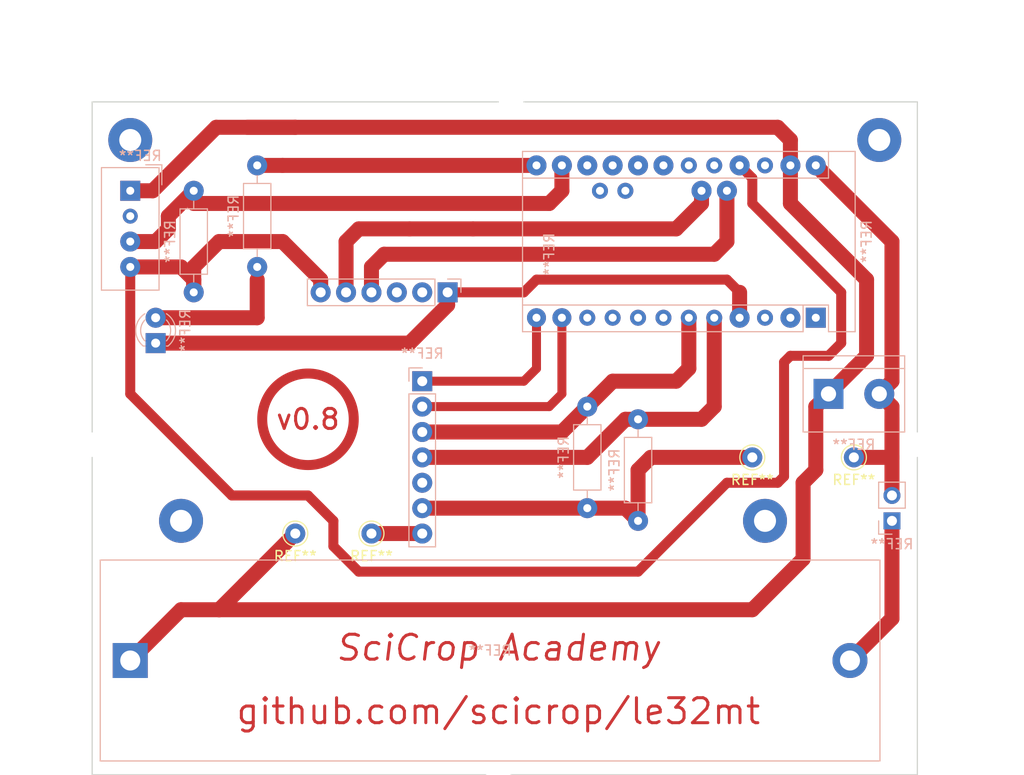
<source format=kicad_pcb>
(kicad_pcb (version 20171130) (host pcbnew 5.1.5+dfsg1-2build2)

  (general
    (thickness 1.6)
    (drawings 12)
    (tracks 118)
    (zones 0)
    (modules 20)
    (nets 1)
  )

  (page A4)
  (layers
    (0 F.Cu signal)
    (31 B.Cu signal)
    (32 B.Adhes user)
    (33 F.Adhes user)
    (34 B.Paste user)
    (35 F.Paste user)
    (36 B.SilkS user)
    (37 F.SilkS user)
    (38 B.Mask user)
    (39 F.Mask user)
    (40 Dwgs.User user)
    (41 Cmts.User user)
    (42 Eco1.User user)
    (43 Eco2.User user)
    (44 Edge.Cuts user)
    (45 Margin user)
    (46 B.CrtYd user)
    (47 F.CrtYd user)
    (48 B.Fab user)
    (49 F.Fab user)
  )

  (setup
    (last_trace_width 1.5)
    (user_trace_width 0.4)
    (user_trace_width 1)
    (user_trace_width 1.5)
    (trace_clearance 0.2)
    (zone_clearance 0.508)
    (zone_45_only no)
    (trace_min 0.2)
    (via_size 0.8)
    (via_drill 0.4)
    (via_min_size 0.4)
    (via_min_drill 0.3)
    (uvia_size 0.3)
    (uvia_drill 0.1)
    (uvias_allowed no)
    (uvia_min_size 0.2)
    (uvia_min_drill 0.1)
    (edge_width 0.05)
    (segment_width 0.2)
    (pcb_text_width 0.3)
    (pcb_text_size 1.5 1.5)
    (mod_edge_width 0.12)
    (mod_text_size 1 1)
    (mod_text_width 0.15)
    (pad_size 1.9 1.9)
    (pad_drill 0.8)
    (pad_to_mask_clearance 0.051)
    (solder_mask_min_width 0.25)
    (aux_axis_origin 0 0)
    (visible_elements FFFFFF7F)
    (pcbplotparams
      (layerselection 0x010fc_ffffffff)
      (usegerberextensions false)
      (usegerberattributes false)
      (usegerberadvancedattributes false)
      (creategerberjobfile false)
      (excludeedgelayer true)
      (linewidth 0.100000)
      (plotframeref false)
      (viasonmask false)
      (mode 1)
      (useauxorigin false)
      (hpglpennumber 1)
      (hpglpenspeed 20)
      (hpglpendiameter 15.000000)
      (psnegative false)
      (psa4output false)
      (plotreference true)
      (plotvalue true)
      (plotinvisibletext false)
      (padsonsilk false)
      (subtractmaskfromsilk false)
      (outputformat 1)
      (mirror false)
      (drillshape 0)
      (scaleselection 1)
      (outputdirectory "plots/"))
  )

  (net 0 "")

  (net_class Default "This is the default net class."
    (clearance 0.2)
    (trace_width 0.25)
    (via_dia 0.8)
    (via_drill 0.4)
    (uvia_dia 0.3)
    (uvia_drill 0.1)
  )

  (module Connector_Pin:Pin_D1.0mm_L10.0mm (layer F.Cu) (tedit 5A1DC084) (tstamp 61F569D7)
    (at 229.87 102.87)
    (descr "solder Pin_ diameter 1.0mm, hole diameter 1.0mm (press fit), length 10.0mm")
    (tags "solder Pin_ press fit")
    (fp_text reference REF** (at 0 2.25) (layer F.SilkS)
      (effects (font (size 1 1) (thickness 0.15)))
    )
    (fp_text value Pin_D1.0mm_L10.0mm (at 0 -2.05) (layer F.Fab)
      (effects (font (size 1 1) (thickness 0.15)))
    )
    (fp_circle (center 0 0) (end 1.25 0.05) (layer F.SilkS) (width 0.12))
    (fp_circle (center 0 0) (end 1 0) (layer F.Fab) (width 0.12))
    (fp_circle (center 0 0) (end 0.5 0) (layer F.Fab) (width 0.12))
    (fp_circle (center 0 0) (end 1.5 0) (layer F.CrtYd) (width 0.05))
    (fp_text user %R (at 0 2.25) (layer F.Fab)
      (effects (font (size 1 1) (thickness 0.15)))
    )
    (pad 1 thru_hole circle (at 0 0) (size 2 2) (drill 1) (layers *.Cu *.Mask))
    (model ${KISYS3DMOD}/Connector_Pin.3dshapes/Pin_D1.0mm_L10.0mm.wrl
      (at (xyz 0 0 0))
      (scale (xyz 1 1 1))
      (rotate (xyz 0 0 0))
    )
  )

  (module Connector_Pin:Pin_D1.0mm_L10.0mm (layer F.Cu) (tedit 5A1DC084) (tstamp 61F56950)
    (at 219.71 102.87)
    (descr "solder Pin_ diameter 1.0mm, hole diameter 1.0mm (press fit), length 10.0mm")
    (tags "solder Pin_ press fit")
    (fp_text reference REF** (at 0 2.25) (layer F.SilkS)
      (effects (font (size 1 1) (thickness 0.15)))
    )
    (fp_text value Pin_D1.0mm_L10.0mm (at 0 -2.05) (layer F.Fab)
      (effects (font (size 1 1) (thickness 0.15)))
    )
    (fp_text user %R (at 0 2.25) (layer F.Fab)
      (effects (font (size 1 1) (thickness 0.15)))
    )
    (fp_circle (center 0 0) (end 1.5 0) (layer F.CrtYd) (width 0.05))
    (fp_circle (center 0 0) (end 0.5 0) (layer F.Fab) (width 0.12))
    (fp_circle (center 0 0) (end 1 0) (layer F.Fab) (width 0.12))
    (fp_circle (center 0 0) (end 1.25 0.05) (layer F.SilkS) (width 0.12))
    (pad 1 thru_hole circle (at 0 0) (size 2 2) (drill 1) (layers *.Cu *.Mask))
    (model ${KISYS3DMOD}/Connector_Pin.3dshapes/Pin_D1.0mm_L10.0mm.wrl
      (at (xyz 0 0 0))
      (scale (xyz 1 1 1))
      (rotate (xyz 0 0 0))
    )
  )

  (module Connector_Pin:Pin_D1.0mm_L10.0mm (layer F.Cu) (tedit 5A1DC084) (tstamp 61F56926)
    (at 173.99 110.49)
    (descr "solder Pin_ diameter 1.0mm, hole diameter 1.0mm (press fit), length 10.0mm")
    (tags "solder Pin_ press fit")
    (fp_text reference REF** (at 0 2.25) (layer F.SilkS)
      (effects (font (size 1 1) (thickness 0.15)))
    )
    (fp_text value Pin_D1.0mm_L10.0mm (at 0 -2.05) (layer F.Fab)
      (effects (font (size 1 1) (thickness 0.15)))
    )
    (fp_circle (center 0 0) (end 1.25 0.05) (layer F.SilkS) (width 0.12))
    (fp_circle (center 0 0) (end 1 0) (layer F.Fab) (width 0.12))
    (fp_circle (center 0 0) (end 0.5 0) (layer F.Fab) (width 0.12))
    (fp_circle (center 0 0) (end 1.5 0) (layer F.CrtYd) (width 0.05))
    (fp_text user %R (at 0 2.25) (layer F.Fab)
      (effects (font (size 1 1) (thickness 0.15)))
    )
    (pad 1 thru_hole circle (at 0 0) (size 2 2) (drill 1) (layers *.Cu *.Mask))
    (model ${KISYS3DMOD}/Connector_Pin.3dshapes/Pin_D1.0mm_L10.0mm.wrl
      (at (xyz 0 0 0))
      (scale (xyz 1 1 1))
      (rotate (xyz 0 0 0))
    )
  )

  (module Connector_Pin:Pin_D1.0mm_L10.0mm (layer F.Cu) (tedit 5A1DC084) (tstamp 61F568C2)
    (at 181.61 110.49)
    (descr "solder Pin_ diameter 1.0mm, hole diameter 1.0mm (press fit), length 10.0mm")
    (tags "solder Pin_ press fit")
    (fp_text reference REF** (at 0 2.25) (layer F.SilkS)
      (effects (font (size 1 1) (thickness 0.15)))
    )
    (fp_text value Pin_D1.0mm_L10.0mm (at 0 -2.05) (layer F.Fab)
      (effects (font (size 1 1) (thickness 0.15)))
    )
    (fp_circle (center 0 0) (end 1.25 0.05) (layer F.SilkS) (width 0.12))
    (fp_circle (center 0 0) (end 1 0) (layer F.Fab) (width 0.12))
    (fp_circle (center 0 0) (end 0.5 0) (layer F.Fab) (width 0.12))
    (fp_circle (center 0 0) (end 1.5 0) (layer F.CrtYd) (width 0.05))
    (fp_text user %R (at 0 2.25) (layer F.Fab)
      (effects (font (size 1 1) (thickness 0.15)))
    )
    (pad 1 thru_hole circle (at 0 0) (size 2 2) (drill 1) (layers *.Cu *.Mask))
    (model ${KISYS3DMOD}/Connector_Pin.3dshapes/Pin_D1.0mm_L10.0mm.wrl
      (at (xyz 0 0 0))
      (scale (xyz 1 1 1))
      (rotate (xyz 0 0 0))
    )
  )

  (module TerminalBlock:TerminalBlock_bornier-2_P5.08mm (layer B.Cu) (tedit 59FF03AB) (tstamp 61EF4445)
    (at 227.33 96.52)
    (descr "simple 2-pin terminal block, pitch 5.08mm, revamped version of bornier2")
    (tags "terminal block bornier2")
    (fp_text reference REF** (at 2.54 5.08) (layer B.SilkS)
      (effects (font (size 1 1) (thickness 0.15)) (justify mirror))
    )
    (fp_text value TerminalBlock_bornier-2_P5.08mm (at 2.54 -5.08) (layer B.Fab)
      (effects (font (size 1 1) (thickness 0.15)) (justify mirror))
    )
    (fp_line (start 7.79 -4) (end -2.71 -4) (layer B.CrtYd) (width 0.05))
    (fp_line (start 7.79 -4) (end 7.79 4) (layer B.CrtYd) (width 0.05))
    (fp_line (start -2.71 4) (end -2.71 -4) (layer B.CrtYd) (width 0.05))
    (fp_line (start -2.71 4) (end 7.79 4) (layer B.CrtYd) (width 0.05))
    (fp_line (start -2.54 -3.81) (end 7.62 -3.81) (layer B.SilkS) (width 0.12))
    (fp_line (start -2.54 3.81) (end -2.54 -3.81) (layer B.SilkS) (width 0.12))
    (fp_line (start 7.62 3.81) (end -2.54 3.81) (layer B.SilkS) (width 0.12))
    (fp_line (start 7.62 -3.81) (end 7.62 3.81) (layer B.SilkS) (width 0.12))
    (fp_line (start 7.62 -2.54) (end -2.54 -2.54) (layer B.SilkS) (width 0.12))
    (fp_line (start 7.54 3.75) (end -2.46 3.75) (layer B.Fab) (width 0.1))
    (fp_line (start 7.54 -3.75) (end 7.54 3.75) (layer B.Fab) (width 0.1))
    (fp_line (start -2.46 -3.75) (end 7.54 -3.75) (layer B.Fab) (width 0.1))
    (fp_line (start -2.46 3.75) (end -2.46 -3.75) (layer B.Fab) (width 0.1))
    (fp_line (start -2.41 -2.55) (end 7.49 -2.55) (layer B.Fab) (width 0.1))
    (fp_text user %R (at 2.54 0) (layer B.Fab)
      (effects (font (size 1 1) (thickness 0.15)) (justify mirror))
    )
    (pad 2 thru_hole circle (at 5.08 0) (size 3 3) (drill 1.52) (layers *.Cu *.Mask))
    (pad 1 thru_hole rect (at 0 0) (size 3 3) (drill 1.52) (layers *.Cu *.Mask))
    (model ${KISYS3DMOD}/TerminalBlock.3dshapes/TerminalBlock_bornier-2_P5.08mm.wrl
      (offset (xyz 2.539999961853027 0 0))
      (scale (xyz 1 1 1))
      (rotate (xyz 0 0 0))
    )
  )

  (module Resistor_THT:R_Axial_DIN0207_L6.3mm_D2.5mm_P10.16mm_Horizontal (layer B.Cu) (tedit 61E81C01) (tstamp 61EAE268)
    (at 208.28 99.06 270)
    (descr "Resistor, Axial_DIN0207 series, Axial, Horizontal, pin pitch=10.16mm, 0.25W = 1/4W, length*diameter=6.3*2.5mm^2, http://cdn-reichelt.de/documents/datenblatt/B400/1_4W%23YAG.pdf")
    (tags "Resistor Axial_DIN0207 series Axial Horizontal pin pitch 10.16mm 0.25W = 1/4W length 6.3mm diameter 2.5mm")
    (fp_text reference REF** (at 5.08 2.37 270) (layer B.SilkS)
      (effects (font (size 1 1) (thickness 0.15)) (justify mirror))
    )
    (fp_text value R_Axial_DIN0207_L6.3mm_D2.5mm_P10.16mm_Horizontal (at 5.08 -2.37 270) (layer B.Fab)
      (effects (font (size 1 1) (thickness 0.15)) (justify mirror))
    )
    (fp_text user %R (at 5.08 0 90) (layer B.Fab)
      (effects (font (size 1 1) (thickness 0.15)) (justify mirror))
    )
    (fp_line (start 11.21 1.5) (end -1.05 1.5) (layer B.CrtYd) (width 0.05))
    (fp_line (start 11.21 -1.5) (end 11.21 1.5) (layer B.CrtYd) (width 0.05))
    (fp_line (start -1.05 -1.5) (end 11.21 -1.5) (layer B.CrtYd) (width 0.05))
    (fp_line (start -1.05 1.5) (end -1.05 -1.5) (layer B.CrtYd) (width 0.05))
    (fp_line (start 9.12 0) (end 8.35 0) (layer B.SilkS) (width 0.12))
    (fp_line (start 1.04 0) (end 1.81 0) (layer B.SilkS) (width 0.12))
    (fp_line (start 8.35 1.37) (end 1.81 1.37) (layer B.SilkS) (width 0.12))
    (fp_line (start 8.35 -1.37) (end 8.35 1.37) (layer B.SilkS) (width 0.12))
    (fp_line (start 1.81 -1.37) (end 8.35 -1.37) (layer B.SilkS) (width 0.12))
    (fp_line (start 1.81 1.37) (end 1.81 -1.37) (layer B.SilkS) (width 0.12))
    (fp_line (start 10.16 0) (end 8.23 0) (layer B.Fab) (width 0.1))
    (fp_line (start 0 0) (end 1.93 0) (layer B.Fab) (width 0.1))
    (fp_line (start 8.23 1.25) (end 1.93 1.25) (layer B.Fab) (width 0.1))
    (fp_line (start 8.23 -1.25) (end 8.23 1.25) (layer B.Fab) (width 0.1))
    (fp_line (start 1.93 -1.25) (end 8.23 -1.25) (layer B.Fab) (width 0.1))
    (fp_line (start 1.93 1.25) (end 1.93 -1.25) (layer B.Fab) (width 0.1))
    (pad 2 thru_hole oval (at 10.16 0 270) (size 2 2) (drill 0.8) (layers *.Cu *.Mask))
    (pad 1 thru_hole circle (at 0 0 270) (size 2 2) (drill 0.8) (layers *.Cu *.Mask))
    (model ${KISYS3DMOD}/Resistor_THT.3dshapes/R_Axial_DIN0207_L6.3mm_D2.5mm_P10.16mm_Horizontal.wrl
      (at (xyz 0 0 0))
      (scale (xyz 1 1 1))
      (rotate (xyz 0 0 0))
    )
  )

  (module Resistor_THT:R_Axial_DIN0207_L6.3mm_D2.5mm_P10.16mm_Horizontal (layer B.Cu) (tedit 61E81C01) (tstamp 61EAE23C)
    (at 203.2 97.79 270)
    (descr "Resistor, Axial_DIN0207 series, Axial, Horizontal, pin pitch=10.16mm, 0.25W = 1/4W, length*diameter=6.3*2.5mm^2, http://cdn-reichelt.de/documents/datenblatt/B400/1_4W%23YAG.pdf")
    (tags "Resistor Axial_DIN0207 series Axial Horizontal pin pitch 10.16mm 0.25W = 1/4W length 6.3mm diameter 2.5mm")
    (fp_text reference REF** (at 5.08 2.37 270) (layer B.SilkS)
      (effects (font (size 1 1) (thickness 0.15)) (justify mirror))
    )
    (fp_text value R_Axial_DIN0207_L6.3mm_D2.5mm_P10.16mm_Horizontal (at 5.08 -2.37 270) (layer B.Fab)
      (effects (font (size 1 1) (thickness 0.15)) (justify mirror))
    )
    (fp_line (start 1.93 1.25) (end 1.93 -1.25) (layer B.Fab) (width 0.1))
    (fp_line (start 1.93 -1.25) (end 8.23 -1.25) (layer B.Fab) (width 0.1))
    (fp_line (start 8.23 -1.25) (end 8.23 1.25) (layer B.Fab) (width 0.1))
    (fp_line (start 8.23 1.25) (end 1.93 1.25) (layer B.Fab) (width 0.1))
    (fp_line (start 0 0) (end 1.93 0) (layer B.Fab) (width 0.1))
    (fp_line (start 10.16 0) (end 8.23 0) (layer B.Fab) (width 0.1))
    (fp_line (start 1.81 1.37) (end 1.81 -1.37) (layer B.SilkS) (width 0.12))
    (fp_line (start 1.81 -1.37) (end 8.35 -1.37) (layer B.SilkS) (width 0.12))
    (fp_line (start 8.35 -1.37) (end 8.35 1.37) (layer B.SilkS) (width 0.12))
    (fp_line (start 8.35 1.37) (end 1.81 1.37) (layer B.SilkS) (width 0.12))
    (fp_line (start 1.04 0) (end 1.81 0) (layer B.SilkS) (width 0.12))
    (fp_line (start 9.12 0) (end 8.35 0) (layer B.SilkS) (width 0.12))
    (fp_line (start -1.05 1.5) (end -1.05 -1.5) (layer B.CrtYd) (width 0.05))
    (fp_line (start -1.05 -1.5) (end 11.21 -1.5) (layer B.CrtYd) (width 0.05))
    (fp_line (start 11.21 -1.5) (end 11.21 1.5) (layer B.CrtYd) (width 0.05))
    (fp_line (start 11.21 1.5) (end -1.05 1.5) (layer B.CrtYd) (width 0.05))
    (fp_text user %R (at 5.08 0 90) (layer B.Fab)
      (effects (font (size 1 1) (thickness 0.15)) (justify mirror))
    )
    (pad 1 thru_hole circle (at 0 0 270) (size 2 2) (drill 0.8) (layers *.Cu *.Mask))
    (pad 2 thru_hole oval (at 10.16 0 270) (size 2 2) (drill 0.8) (layers *.Cu *.Mask))
    (model ${KISYS3DMOD}/Resistor_THT.3dshapes/R_Axial_DIN0207_L6.3mm_D2.5mm_P10.16mm_Horizontal.wrl
      (at (xyz 0 0 0))
      (scale (xyz 1 1 1))
      (rotate (xyz 0 0 0))
    )
  )

  (module Connector_PinHeader_2.54mm:PinHeader_1x02_P2.54mm_Vertical (layer B.Cu) (tedit 59FED5CC) (tstamp 61E9A040)
    (at 233.68 109.22)
    (descr "Through hole straight pin header, 1x02, 2.54mm pitch, single row")
    (tags "Through hole pin header THT 1x02 2.54mm single row")
    (fp_text reference REF** (at 0 2.33) (layer B.SilkS)
      (effects (font (size 1 1) (thickness 0.15)) (justify mirror))
    )
    (fp_text value PinHeader_1x02_P2.54mm_Vertical (at 0 -4.87) (layer B.Fab)
      (effects (font (size 1 1) (thickness 0.15)) (justify mirror))
    )
    (fp_text user %R (at 0 -1.27 -90) (layer B.Fab)
      (effects (font (size 1 1) (thickness 0.15)) (justify mirror))
    )
    (fp_line (start 1.8 1.8) (end -1.8 1.8) (layer B.CrtYd) (width 0.05))
    (fp_line (start 1.8 -4.35) (end 1.8 1.8) (layer B.CrtYd) (width 0.05))
    (fp_line (start -1.8 -4.35) (end 1.8 -4.35) (layer B.CrtYd) (width 0.05))
    (fp_line (start -1.8 1.8) (end -1.8 -4.35) (layer B.CrtYd) (width 0.05))
    (fp_line (start -1.33 1.33) (end 0 1.33) (layer B.SilkS) (width 0.12))
    (fp_line (start -1.33 0) (end -1.33 1.33) (layer B.SilkS) (width 0.12))
    (fp_line (start -1.33 -1.27) (end 1.33 -1.27) (layer B.SilkS) (width 0.12))
    (fp_line (start 1.33 -1.27) (end 1.33 -3.87) (layer B.SilkS) (width 0.12))
    (fp_line (start -1.33 -1.27) (end -1.33 -3.87) (layer B.SilkS) (width 0.12))
    (fp_line (start -1.33 -3.87) (end 1.33 -3.87) (layer B.SilkS) (width 0.12))
    (fp_line (start -1.27 0.635) (end -0.635 1.27) (layer B.Fab) (width 0.1))
    (fp_line (start -1.27 -3.81) (end -1.27 0.635) (layer B.Fab) (width 0.1))
    (fp_line (start 1.27 -3.81) (end -1.27 -3.81) (layer B.Fab) (width 0.1))
    (fp_line (start 1.27 1.27) (end 1.27 -3.81) (layer B.Fab) (width 0.1))
    (fp_line (start -0.635 1.27) (end 1.27 1.27) (layer B.Fab) (width 0.1))
    (pad 2 thru_hole oval (at 0 -2.54) (size 1.7 1.7) (drill 1) (layers *.Cu *.Mask))
    (pad 1 thru_hole rect (at 0 0) (size 1.7 1.7) (drill 1) (layers *.Cu *.Mask))
    (model ${KISYS3DMOD}/Connector_PinHeader_2.54mm.3dshapes/PinHeader_1x02_P2.54mm_Vertical.wrl
      (at (xyz 0 0 0))
      (scale (xyz 1 1 1))
      (rotate (xyz 0 0 0))
    )
  )

  (module kicad-arduino-libs:Arduino_Pro_Mini (layer B.Cu) (tedit 61EF0D09) (tstamp 61E6B662)
    (at 226.06 88.9 90)
    (descr "Arduino Pro Mini")
    (tags "Arduino Pro Mini")
    (fp_text reference REF** (at 7.62 5.08 -90) (layer B.SilkS)
      (effects (font (size 1 1) (thickness 0.15)) (justify mirror))
    )
    (fp_text value Arduino_Pro_Mini (at 8.89 -19.05) (layer B.Fab)
      (effects (font (size 1 1) (thickness 0.15)) (justify mirror))
    )
    (fp_text user %R (at 6.35 -19.05) (layer B.Fab)
      (effects (font (size 1 1) (thickness 0.15)) (justify mirror))
    )
    (fp_line (start 1.27 -1.27) (end 1.27 1.27) (layer B.SilkS) (width 0.12))
    (fp_line (start 1.27 1.27) (end -1.397 1.27) (layer B.SilkS) (width 0.12))
    (fp_line (start -1.397 -1.27) (end -1.397 -29.337) (layer B.SilkS) (width 0.12))
    (fp_line (start -1.397 3.937) (end -1.397 1.27) (layer B.SilkS) (width 0.12))
    (fp_line (start 13.97 1.27) (end 16.64 1.27) (layer B.SilkS) (width 0.12))
    (fp_line (start 13.97 1.27) (end 13.97 -29.337) (layer B.SilkS) (width 0.12))
    (fp_line (start -1.397 -29.337) (end 16.64 -29.337) (layer B.SilkS) (width 0.12))
    (fp_line (start 1.27 -1.27) (end -1.397 -1.27) (layer B.SilkS) (width 0.12))
    (fp_line (start 1.27 -1.27) (end 1.27 -29.337) (layer B.SilkS) (width 0.12))
    (fp_line (start 16.637 -29.337) (end 16.637 3.937) (layer B.SilkS) (width 0.12))
    (fp_line (start 16.637 3.937) (end -1.397 3.937) (layer B.SilkS) (width 0.12))
    (fp_line (start 16.51 -29.21) (end -1.27 -29.21) (layer B.Fab) (width 0.1))
    (fp_line (start -1.27 -29.21) (end -1.27 2.54) (layer B.Fab) (width 0.1))
    (fp_line (start -1.27 2.54) (end 0 3.81) (layer B.Fab) (width 0.1))
    (fp_line (start 0 3.81) (end 16.51 3.81) (layer B.Fab) (width 0.1))
    (fp_line (start 16.51 3.81) (end 16.51 -29.21) (layer B.Fab) (width 0.1))
    (fp_line (start -1.524 4.064) (end 16.764 4.064) (layer B.CrtYd) (width 0.05))
    (fp_line (start -1.524 4.064) (end -1.524 -29.464) (layer B.CrtYd) (width 0.05))
    (fp_line (start 16.764 -29.464) (end 16.764 4.064) (layer B.CrtYd) (width 0.05))
    (fp_line (start 16.764 -29.464) (end -1.524 -29.464) (layer B.CrtYd) (width 0.05))
    (pad 1 thru_hole rect (at 0 0 90) (size 2 2) (drill 0.8) (layers *.Cu *.Mask))
    (pad 2 thru_hole oval (at 0 -2.54 90) (size 2 2) (drill 0.8) (layers *.Cu *.Mask))
    (pad 3 thru_hole oval (at 0 -5.08 90) (size 1.6 1.6) (drill 0.8) (layers *.Cu *.Mask))
    (pad 13 thru_hole oval (at 15.24 -27.94 90) (size 2 2) (drill 0.8) (layers *.Cu *.Mask))
    (pad 4 thru_hole oval (at 0 -7.62 90) (size 2 2) (drill 0.8) (layers *.Cu *.Mask))
    (pad 14 thru_hole oval (at 15.24 -25.4 90) (size 2 2) (drill 0.8) (layers *.Cu *.Mask))
    (pad 5 thru_hole oval (at 0 -10.16 90) (size 1.6 1.6) (drill 0.8) (layers *.Cu *.Mask))
    (pad 15 thru_hole oval (at 15.24 -22.86 90) (size 2 2) (drill 0.8) (layers *.Cu *.Mask))
    (pad 6 thru_hole oval (at 0 -12.7 90) (size 1.6 1.6) (drill 0.8) (layers *.Cu *.Mask))
    (pad 16 thru_hole oval (at 15.24 -20.32 90) (size 2 2) (drill 0.8) (layers *.Cu *.Mask))
    (pad 7 thru_hole oval (at 0 -15.24 90) (size 1.6 1.6) (drill 0.8) (layers *.Cu *.Mask))
    (pad 17 thru_hole oval (at 15.24 -17.78 90) (size 2 2) (drill 0.8) (layers *.Cu *.Mask))
    (pad 8 thru_hole oval (at 0 -17.78 90) (size 1.6 1.6) (drill 0.8) (layers *.Cu *.Mask))
    (pad 18 thru_hole oval (at 15.24 -15.24 90) (size 2 2) (drill 0.8) (layers *.Cu *.Mask))
    (pad 9 thru_hole oval (at 0 -20.32 90) (size 1.6 1.6) (drill 0.8) (layers *.Cu *.Mask))
    (pad 19 thru_hole oval (at 15.24 -12.7 90) (size 1.6 1.6) (drill 0.8) (layers *.Cu *.Mask))
    (pad 10 thru_hole oval (at 0 -22.86 90) (size 1.6 1.6) (drill 0.8) (layers *.Cu *.Mask))
    (pad 20 thru_hole oval (at 15.24 -10.16 90) (size 1.6 1.6) (drill 0.8) (layers *.Cu *.Mask))
    (pad 11 thru_hole oval (at 0 -25.4 90) (size 1.9 1.9) (drill 0.8) (layers *.Cu *.Mask))
    (pad 21 thru_hole oval (at 15.24 -7.62 90) (size 2 2) (drill 0.8) (layers *.Cu *.Mask))
    (pad 12 thru_hole oval (at 0 -27.94 90) (size 1.9 1.9) (drill 0.8) (layers *.Cu *.Mask))
    (pad 22 thru_hole oval (at 15.24 -5.08 90) (size 1.6 1.6) (drill 0.8) (layers *.Cu *.Mask))
    (pad 23 thru_hole oval (at 15.24 -2.54 90) (size 2 2) (drill 0.8) (layers *.Cu *.Mask))
    (pad 24 thru_hole oval (at 15.24 0 90) (size 2 2) (drill 0.8) (layers *.Cu *.Mask))
    (pad A5 thru_hole oval (at 12.7 -8.89 90) (size 2 2) (drill 0.8) (layers *.Cu *.Mask))
    (pad A4 thru_hole oval (at 12.7 -11.43 90) (size 2 2) (drill 0.8) (layers *.Cu *.Mask))
    (pad A7 thru_hole oval (at 12.7 -19.05 90) (size 1.6 1.6) (drill 0.8) (layers *.Cu *.Mask))
    (pad A6 thru_hole oval (at 12.7 -21.59 90) (size 1.6 1.6) (drill 0.8) (layers *.Cu *.Mask))
    (model ${KISYS3DMOD}/Module.3dshapes/Arduino_Nano_WithMountingHoles.wrl
      (at (xyz 0 0 0))
      (scale (xyz 1 1 1))
      (rotate (xyz 0 0 0))
    )
    (model ${LOCALREPO}/kicad-lib-arduino/Arduino.3dshapes/arduino_pro_mini.x3d
      (at (xyz 0 0 0))
      (scale (xyz 1 1 1))
      (rotate (xyz 0 0 0))
    )
  )

  (module MountingHole:MountingHole_2.2mm_M2_Pad (layer F.Cu) (tedit 56D1B4CB) (tstamp 61E46472)
    (at 157.48 71.12)
    (descr "Mounting Hole 2.2mm, M2")
    (tags "mounting hole 2.2mm m2")
    (attr smd)
    (fp_text reference " " (at 0 -3.2) (layer F.SilkS)
      (effects (font (size 1 1) (thickness 0.15)))
    )
    (fp_text value MountingHole_2.2mm_M2_Pad (at 0 3.2) (layer F.Fab)
      (effects (font (size 1 1) (thickness 0.15)))
    )
    (fp_text user %R (at 0.3 0) (layer F.Fab)
      (effects (font (size 1 1) (thickness 0.15)))
    )
    (fp_circle (center 0 0) (end 2.2 0) (layer Cmts.User) (width 0.15))
    (fp_circle (center 0 0) (end 2.45 0) (layer F.CrtYd) (width 0.05))
    (pad 1 thru_hole circle (at 0 0) (size 4.4 4.4) (drill 2.2) (layers *.Cu *.Mask))
  )

  (module Connector_PinSocket_2.54mm:PinSocket_1x07_P2.54mm_Vertical (layer B.Cu) (tedit 61E0ABBC) (tstamp 61E44D8F)
    (at 186.69 95.25 180)
    (descr "Through hole straight socket strip, 1x07, 2.54mm pitch, single row (from Kicad 4.0.7), script generated")
    (tags "Through hole socket strip THT 1x07 2.54mm single row")
    (fp_text reference REF** (at 0 2.77) (layer B.SilkS)
      (effects (font (size 1 1) (thickness 0.15)) (justify mirror))
    )
    (fp_text value PinSocket_1x07_P2.54mm_Vertical (at 0 -18.01 90) (layer B.Fab)
      (effects (font (size 1 1) (thickness 0.15)) (justify mirror))
    )
    (fp_line (start -1.27 1.27) (end 0.635 1.27) (layer B.Fab) (width 0.1))
    (fp_line (start 0.635 1.27) (end 1.27 0.635) (layer B.Fab) (width 0.1))
    (fp_line (start 1.27 0.635) (end 1.27 -16.51) (layer B.Fab) (width 0.1))
    (fp_line (start 1.27 -16.51) (end -1.27 -16.51) (layer B.Fab) (width 0.1))
    (fp_line (start -1.27 -16.51) (end -1.27 1.27) (layer B.Fab) (width 0.1))
    (fp_line (start -1.33 -1.27) (end 1.33 -1.27) (layer B.SilkS) (width 0.12))
    (fp_line (start -1.33 -1.27) (end -1.33 -16.57) (layer B.SilkS) (width 0.12))
    (fp_line (start -1.33 -16.57) (end 1.33 -16.57) (layer B.SilkS) (width 0.12))
    (fp_line (start 1.33 -1.27) (end 1.33 -16.57) (layer B.SilkS) (width 0.12))
    (fp_line (start 1.33 1.33) (end 1.33 0) (layer B.SilkS) (width 0.12))
    (fp_line (start 0 1.33) (end 1.33 1.33) (layer B.SilkS) (width 0.12))
    (fp_line (start -1.8 1.8) (end 1.75 1.8) (layer B.CrtYd) (width 0.05))
    (fp_line (start 1.75 1.8) (end 1.75 -17) (layer B.CrtYd) (width 0.05))
    (fp_line (start 1.75 -17) (end -1.8 -17) (layer B.CrtYd) (width 0.05))
    (fp_line (start -1.8 -17) (end -1.8 1.8) (layer B.CrtYd) (width 0.05))
    (fp_text user %R (at 0 -11.43 -90) (layer B.Fab)
      (effects (font (size 1 1) (thickness 0.15)) (justify mirror))
    )
    (pad 1 thru_hole rect (at 0 0 180) (size 2 2) (drill 1) (layers *.Cu *.Mask)
      (die_length 1))
    (pad 2 thru_hole oval (at 0 -2.54 180) (size 2 2) (drill 1) (layers *.Cu *.Mask))
    (pad 3 thru_hole oval (at 0 -5.08 180) (size 2 2) (drill 1) (layers *.Cu *.Mask))
    (pad 4 thru_hole oval (at 0 -7.62 180) (size 2 2) (drill 1) (layers *.Cu *.Mask))
    (pad 5 thru_hole oval (at 0 -10.16 180) (size 2 2) (drill 1) (layers *.Cu *.Mask))
    (pad 6 thru_hole oval (at 0 -12.7 180) (size 2 2) (drill 1) (layers *.Cu *.Mask))
    (pad 7 thru_hole oval (at 0 -15.24 180) (size 2 2) (drill 1) (layers *.Cu *.Mask)
      (die_length 1))
    (model ${KISYS3DMOD}/Connector_PinSocket_2.54mm.3dshapes/PinSocket_1x07_P2.54mm_Vertical.wrl
      (at (xyz 0 0 0))
      (scale (xyz 1 1 1))
      (rotate (xyz 0 0 0))
    )
  )

  (module Resistor_THT:R_Axial_DIN0207_L6.3mm_D2.5mm_P10.16mm_Horizontal (layer B.Cu) (tedit 61E81C31) (tstamp 61E44956)
    (at 163.83 76.2 270)
    (descr "Resistor, Axial_DIN0207 series, Axial, Horizontal, pin pitch=10.16mm, 0.25W = 1/4W, length*diameter=6.3*2.5mm^2, http://cdn-reichelt.de/documents/datenblatt/B400/1_4W%23YAG.pdf")
    (tags "Resistor Axial_DIN0207 series Axial Horizontal pin pitch 10.16mm 0.25W = 1/4W length 6.3mm diameter 2.5mm")
    (fp_text reference REF** (at 5.08 2.37 270) (layer B.SilkS)
      (effects (font (size 1 1) (thickness 0.15)) (justify mirror))
    )
    (fp_text value R_Axial_DIN0207_L6.3mm_D2.5mm_P10.16mm_Horizontal (at 5.08 -2.37 270) (layer B.Fab)
      (effects (font (size 1 1) (thickness 0.15)) (justify mirror))
    )
    (fp_line (start 1.93 1.25) (end 1.93 -1.25) (layer B.Fab) (width 0.1))
    (fp_line (start 1.93 -1.25) (end 8.23 -1.25) (layer B.Fab) (width 0.1))
    (fp_line (start 8.23 -1.25) (end 8.23 1.25) (layer B.Fab) (width 0.1))
    (fp_line (start 8.23 1.25) (end 1.93 1.25) (layer B.Fab) (width 0.1))
    (fp_line (start 0 0) (end 1.93 0) (layer B.Fab) (width 0.1))
    (fp_line (start 10.16 0) (end 8.23 0) (layer B.Fab) (width 0.1))
    (fp_line (start 1.81 1.37) (end 1.81 -1.37) (layer B.SilkS) (width 0.12))
    (fp_line (start 1.81 -1.37) (end 8.35 -1.37) (layer B.SilkS) (width 0.12))
    (fp_line (start 8.35 -1.37) (end 8.35 1.37) (layer B.SilkS) (width 0.12))
    (fp_line (start 8.35 1.37) (end 1.81 1.37) (layer B.SilkS) (width 0.12))
    (fp_line (start 1.04 0) (end 1.81 0) (layer B.SilkS) (width 0.12))
    (fp_line (start 9.12 0) (end 8.35 0) (layer B.SilkS) (width 0.12))
    (fp_line (start -1.05 1.5) (end -1.05 -1.5) (layer B.CrtYd) (width 0.05))
    (fp_line (start -1.05 -1.5) (end 11.21 -1.5) (layer B.CrtYd) (width 0.05))
    (fp_line (start 11.21 -1.5) (end 11.21 1.5) (layer B.CrtYd) (width 0.05))
    (fp_line (start 11.21 1.5) (end -1.05 1.5) (layer B.CrtYd) (width 0.05))
    (fp_text user %R (at 5.08 0 90) (layer B.Fab)
      (effects (font (size 1 1) (thickness 0.15)) (justify mirror))
    )
    (pad 1 thru_hole circle (at 0 0 270) (size 2 2) (drill 0.8) (layers *.Cu *.Mask))
    (pad 2 thru_hole oval (at 10.16 0 270) (size 2 2) (drill 0.8) (layers *.Cu *.Mask))
    (model ${KISYS3DMOD}/Resistor_THT.3dshapes/R_Axial_DIN0207_L6.3mm_D2.5mm_P10.16mm_Horizontal.wrl
      (at (xyz 0 0 0))
      (scale (xyz 1 1 1))
      (rotate (xyz 0 0 0))
    )
  )

  (module Resistor_THT:R_Axial_DIN0207_L6.3mm_D2.5mm_P10.16mm_Horizontal (layer B.Cu) (tedit 61E81C01) (tstamp 61E44826)
    (at 170.18 73.66 270)
    (descr "Resistor, Axial_DIN0207 series, Axial, Horizontal, pin pitch=10.16mm, 0.25W = 1/4W, length*diameter=6.3*2.5mm^2, http://cdn-reichelt.de/documents/datenblatt/B400/1_4W%23YAG.pdf")
    (tags "Resistor Axial_DIN0207 series Axial Horizontal pin pitch 10.16mm 0.25W = 1/4W length 6.3mm diameter 2.5mm")
    (fp_text reference REF** (at 5.08 2.37 270) (layer B.SilkS)
      (effects (font (size 1 1) (thickness 0.15)) (justify mirror))
    )
    (fp_text value R_Axial_DIN0207_L6.3mm_D2.5mm_P10.16mm_Horizontal (at 5.08 -2.37 270) (layer B.Fab)
      (effects (font (size 1 1) (thickness 0.15)) (justify mirror))
    )
    (fp_text user %R (at 5.08 0 90) (layer B.Fab)
      (effects (font (size 1 1) (thickness 0.15)) (justify mirror))
    )
    (fp_line (start 11.21 1.5) (end -1.05 1.5) (layer B.CrtYd) (width 0.05))
    (fp_line (start 11.21 -1.5) (end 11.21 1.5) (layer B.CrtYd) (width 0.05))
    (fp_line (start -1.05 -1.5) (end 11.21 -1.5) (layer B.CrtYd) (width 0.05))
    (fp_line (start -1.05 1.5) (end -1.05 -1.5) (layer B.CrtYd) (width 0.05))
    (fp_line (start 9.12 0) (end 8.35 0) (layer B.SilkS) (width 0.12))
    (fp_line (start 1.04 0) (end 1.81 0) (layer B.SilkS) (width 0.12))
    (fp_line (start 8.35 1.37) (end 1.81 1.37) (layer B.SilkS) (width 0.12))
    (fp_line (start 8.35 -1.37) (end 8.35 1.37) (layer B.SilkS) (width 0.12))
    (fp_line (start 1.81 -1.37) (end 8.35 -1.37) (layer B.SilkS) (width 0.12))
    (fp_line (start 1.81 1.37) (end 1.81 -1.37) (layer B.SilkS) (width 0.12))
    (fp_line (start 10.16 0) (end 8.23 0) (layer B.Fab) (width 0.1))
    (fp_line (start 0 0) (end 1.93 0) (layer B.Fab) (width 0.1))
    (fp_line (start 8.23 1.25) (end 1.93 1.25) (layer B.Fab) (width 0.1))
    (fp_line (start 8.23 -1.25) (end 8.23 1.25) (layer B.Fab) (width 0.1))
    (fp_line (start 1.93 -1.25) (end 8.23 -1.25) (layer B.Fab) (width 0.1))
    (fp_line (start 1.93 1.25) (end 1.93 -1.25) (layer B.Fab) (width 0.1))
    (pad 2 thru_hole oval (at 10.16 0 270) (size 2 2) (drill 0.8) (layers *.Cu *.Mask))
    (pad 1 thru_hole circle (at 0 0 270) (size 2 2) (drill 0.8) (layers *.Cu *.Mask))
    (model ${KISYS3DMOD}/Resistor_THT.3dshapes/R_Axial_DIN0207_L6.3mm_D2.5mm_P10.16mm_Horizontal.wrl
      (at (xyz 0 0 0))
      (scale (xyz 1 1 1))
      (rotate (xyz 0 0 0))
    )
  )

  (module Sensor:Aosong_DHT11_5.5x12.0_P2.54mm (layer B.Cu) (tedit 61E81BBA) (tstamp 61E43C65)
    (at 157.48 76.2 180)
    (descr "Temperature and humidity module, http://akizukidenshi.com/download/ds/aosong/DHT11.pdf")
    (tags "Temperature and humidity module")
    (fp_text reference REF** (at -1 3.5) (layer B.SilkS)
      (effects (font (size 1 1) (thickness 0.15)) (justify mirror))
    )
    (fp_text value Aosong_DHT11_5.5x12.0_P2.54mm (at 0 -11.3) (layer B.Fab)
      (effects (font (size 1 1) (thickness 0.15)) (justify mirror))
    )
    (fp_line (start -3.16 2.6) (end -1.55 2.6) (layer B.SilkS) (width 0.12))
    (fp_line (start -3.16 2.6) (end -3.16 0.6) (layer B.SilkS) (width 0.12))
    (fp_line (start -2.75 1.19) (end -1.75 2.19) (layer B.Fab) (width 0.1))
    (fp_line (start -3 -10.06) (end -3 2.44) (layer B.CrtYd) (width 0.05))
    (fp_line (start 3 -10.06) (end -3 -10.06) (layer B.CrtYd) (width 0.05))
    (fp_line (start 3 2.44) (end 3 -10.06) (layer B.CrtYd) (width 0.05))
    (fp_line (start -3 2.44) (end 3 2.44) (layer B.CrtYd) (width 0.05))
    (fp_text user %R (at 0 -3.81) (layer B.Fab)
      (effects (font (size 1 1) (thickness 0.15)) (justify mirror))
    )
    (fp_line (start -2.88 -9.94) (end -2.88 2.31) (layer B.SilkS) (width 0.12))
    (fp_line (start 2.88 -9.94) (end -2.88 -9.94) (layer B.SilkS) (width 0.12))
    (fp_line (start 2.88 2.32) (end 2.88 -9.94) (layer B.SilkS) (width 0.12))
    (fp_line (start -2.87 2.32) (end 2.87 2.32) (layer B.SilkS) (width 0.12))
    (fp_line (start -2.75 1.19) (end -2.75 -9.81) (layer B.Fab) (width 0.1))
    (fp_line (start 2.75 -9.81) (end -2.75 -9.81) (layer B.Fab) (width 0.1))
    (fp_line (start 2.75 2.19) (end 2.75 -9.81) (layer B.Fab) (width 0.1))
    (fp_line (start -1.75 2.19) (end 2.75 2.19) (layer B.Fab) (width 0.1))
    (pad 4 thru_hole circle (at 0 -7.62 180) (size 2 2) (drill 0.8) (layers *.Cu *.Mask))
    (pad 3 thru_hole circle (at 0 -5.08 180) (size 2 2) (drill 0.8) (layers *.Cu *.Mask))
    (pad 2 thru_hole circle (at 0 -2.54 180) (size 1.5 1.5) (drill 0.8) (layers *.Cu *.Mask))
    (pad 1 thru_hole rect (at 0 0 180) (size 2 2) (drill 0.8) (layers *.Cu *.Mask))
    (model ${KISYS3DMOD}/Sensor.3dshapes/Aosong_DHT11_5.5x12.0_P2.54mm.wrl
      (at (xyz 0 0 0))
      (scale (xyz 1 1 1))
      (rotate (xyz 0 0 0))
    )
  )

  (module LED_THT:LED_D3.0mm (layer B.Cu) (tedit 61E0AF3D) (tstamp 61E0836A)
    (at 160.02 91.44 90)
    (descr "LED, diameter 3.0mm, 2 pins")
    (tags "LED diameter 3.0mm 2 pins")
    (fp_text reference REF** (at 1.27 2.96 270) (layer B.SilkS)
      (effects (font (size 1 1) (thickness 0.15)) (justify mirror))
    )
    (fp_text value LED_D3.0mm (at 1.27 -2.96 270) (layer B.Fab)
      (effects (font (size 1 1) (thickness 0.15)) (justify mirror))
    )
    (fp_line (start 3.7 2.25) (end -1.15 2.25) (layer B.CrtYd) (width 0.05))
    (fp_line (start 3.7 -2.25) (end 3.7 2.25) (layer B.CrtYd) (width 0.05))
    (fp_line (start -1.15 -2.25) (end 3.7 -2.25) (layer B.CrtYd) (width 0.05))
    (fp_line (start -1.15 2.25) (end -1.15 -2.25) (layer B.CrtYd) (width 0.05))
    (fp_line (start -0.29 -1.08) (end -0.29 -1.236) (layer B.SilkS) (width 0.12))
    (fp_line (start -0.29 1.236) (end -0.29 1.08) (layer B.SilkS) (width 0.12))
    (fp_line (start -0.23 1.16619) (end -0.23 -1.16619) (layer B.Fab) (width 0.1))
    (fp_circle (center 1.27 0) (end 2.77 0) (layer B.Fab) (width 0.1))
    (fp_arc (start 1.27 0) (end 0.229039 -1.08) (angle 87.9) (layer B.SilkS) (width 0.12))
    (fp_arc (start 1.27 0) (end 0.229039 1.08) (angle -87.9) (layer B.SilkS) (width 0.12))
    (fp_arc (start 1.27 0) (end -0.29 -1.235516) (angle 108.8) (layer B.SilkS) (width 0.12))
    (fp_arc (start 1.27 0) (end -0.29 1.235516) (angle -108.8) (layer B.SilkS) (width 0.12))
    (fp_arc (start 1.27 0) (end -0.23 1.16619) (angle -284.3) (layer B.Fab) (width 0.1))
    (pad 2 thru_hole circle (at 2.54 0 90) (size 2 2) (drill 0.9) (layers *.Cu *.Mask))
    (pad 1 thru_hole rect (at 0 0 90) (size 2 2) (drill 0.9) (layers *.Cu *.Mask))
    (model ${KISYS3DMOD}/LED_THT.3dshapes/LED_D3.0mm.wrl
      (at (xyz 0 0 0))
      (scale (xyz 1 1 1))
      (rotate (xyz 0 0 0))
    )
  )

  (module Connector_PinSocket_2.54mm:PinSocket_1x06_P2.54mm_Vertical (layer B.Cu) (tedit 61E0AEB4) (tstamp 61DFF3BD)
    (at 189.23 86.36 90)
    (descr "Through hole straight socket strip, 1x06, 2.54mm pitch, single row (from Kicad 4.0.7), script generated")
    (tags "Through hole socket strip THT 1x06 2.54mm single row")
    (fp_text reference REF** (at 3.81 10.16 270) (layer B.SilkS)
      (effects (font (size 1 1) (thickness 0.15)) (justify mirror))
    )
    (fp_text value PinSocket_1x06_P2.54mm_Vertical (at 0 -15.47 270) (layer B.Fab)
      (effects (font (size 1 1) (thickness 0.15)) (justify mirror))
    )
    (fp_text user %R (at 0 -6.35 90) (layer B.Fab)
      (effects (font (size 1 1) (thickness 0.15)) (justify mirror))
    )
    (fp_line (start -1.8 -14.45) (end -1.8 1.8) (layer B.CrtYd) (width 0.05))
    (fp_line (start 1.75 -14.45) (end -1.8 -14.45) (layer B.CrtYd) (width 0.05))
    (fp_line (start 1.75 1.8) (end 1.75 -14.45) (layer B.CrtYd) (width 0.05))
    (fp_line (start -1.8 1.8) (end 1.75 1.8) (layer B.CrtYd) (width 0.05))
    (fp_line (start 0 1.33) (end 1.33 1.33) (layer B.SilkS) (width 0.12))
    (fp_line (start 1.33 1.33) (end 1.33 0) (layer B.SilkS) (width 0.12))
    (fp_line (start 1.33 -1.27) (end 1.33 -14.03) (layer B.SilkS) (width 0.12))
    (fp_line (start -1.33 -14.03) (end 1.33 -14.03) (layer B.SilkS) (width 0.12))
    (fp_line (start -1.33 -1.27) (end -1.33 -14.03) (layer B.SilkS) (width 0.12))
    (fp_line (start -1.33 -1.27) (end 1.33 -1.27) (layer B.SilkS) (width 0.12))
    (fp_line (start -1.27 -13.97) (end -1.27 1.27) (layer B.Fab) (width 0.1))
    (fp_line (start 1.27 -13.97) (end -1.27 -13.97) (layer B.Fab) (width 0.1))
    (fp_line (start 1.27 0.635) (end 1.27 -13.97) (layer B.Fab) (width 0.1))
    (fp_line (start 0.635 1.27) (end 1.27 0.635) (layer B.Fab) (width 0.1))
    (fp_line (start -1.27 1.27) (end 0.635 1.27) (layer B.Fab) (width 0.1))
    (pad 6 thru_hole oval (at 0 -12.7 90) (size 2 2) (drill 1) (layers *.Cu *.Mask))
    (pad 5 thru_hole oval (at 0 -10.16 90) (size 2 2) (drill 1) (layers *.Cu *.Mask))
    (pad 4 thru_hole oval (at 0 -7.62 90) (size 2 2) (drill 1) (layers *.Cu *.Mask))
    (pad 3 thru_hole oval (at 0 -5.08 90) (size 2 2) (drill 1) (layers *.Cu *.Mask))
    (pad 2 thru_hole oval (at 0 -2.54 90) (size 2 2) (drill 1) (layers *.Cu *.Mask))
    (pad 1 thru_hole rect (at 0 0 90) (size 2 2) (drill 1) (layers *.Cu *.Mask))
    (model ${KISYS3DMOD}/Connector_PinSocket_2.54mm.3dshapes/PinSocket_1x06_P2.54mm_Vertical.wrl
      (at (xyz 0 0 0))
      (scale (xyz 1 1 1))
      (rotate (xyz 0 0 0))
    )
  )

  (module MountingHole:MountingHole_2.2mm_M2_Pad (layer F.Cu) (tedit 56D1B4CB) (tstamp 61DFEA60)
    (at 220.98 109.22)
    (descr "Mounting Hole 2.2mm, M2")
    (tags "mounting hole 2.2mm m2")
    (attr virtual)
    (fp_text reference " " (at 0 -3.2) (layer F.SilkS)
      (effects (font (size 1 1) (thickness 0.15)))
    )
    (fp_text value MountingHole_2.2mm_M2_Pad (at 0 3.2 -90) (layer F.Fab)
      (effects (font (size 1 1) (thickness 0.15)))
    )
    (fp_text user %R (at 0.3 0) (layer F.Fab)
      (effects (font (size 1 1) (thickness 0.15)))
    )
    (fp_circle (center 0 0) (end 2.2 0) (layer Cmts.User) (width 0.15))
    (fp_circle (center 0 0) (end 2.45 0) (layer F.CrtYd) (width 0.05))
    (pad 1 thru_hole circle (at 0 0) (size 4.4 4.4) (drill 2.2) (layers *.Cu *.Mask))
  )

  (module MountingHole:MountingHole_2.2mm_M2_Pad (layer F.Cu) (tedit 56D1B4CB) (tstamp 61DFEA52)
    (at 162.56 109.22)
    (descr "Mounting Hole 2.2mm, M2")
    (tags "mounting hole 2.2mm m2")
    (attr smd)
    (fp_text reference " " (at 0 -3.2) (layer F.SilkS)
      (effects (font (size 1 1) (thickness 0.15)))
    )
    (fp_text value MountingHole_2.2mm_M2_Pad (at 0 3.2) (layer F.Fab)
      (effects (font (size 1 1) (thickness 0.15)))
    )
    (fp_circle (center 0 0) (end 2.45 0) (layer F.CrtYd) (width 0.05))
    (fp_circle (center 0 0) (end 2.2 0) (layer Cmts.User) (width 0.15))
    (fp_text user %R (at 0.3 0) (layer F.Fab)
      (effects (font (size 1 1) (thickness 0.15)))
    )
    (pad 1 thru_hole circle (at 0 0) (size 4.4 4.4) (drill 2.2) (layers *.Cu *.Mask))
  )

  (module MountingHole:MountingHole_2.2mm_M2_Pad (layer F.Cu) (tedit 56D1B4CB) (tstamp 61DFEA44)
    (at 232.41 71.12)
    (descr "Mounting Hole 2.2mm, M2")
    (tags "mounting hole 2.2mm m2")
    (attr virtual)
    (fp_text reference " " (at 0 -3.2) (layer F.SilkS)
      (effects (font (size 1 1) (thickness 0.15)))
    )
    (fp_text value mhole (at 0 3.2) (layer F.Fab)
      (effects (font (size 1 1) (thickness 0.15)))
    )
    (fp_text user %R (at 0.3 0) (layer F.Fab)
      (effects (font (size 1 1) (thickness 0.15)))
    )
    (fp_circle (center 0 0) (end 2.2 0) (layer Cmts.User) (width 0.15))
    (fp_circle (center 0 0) (end 2.45 0) (layer F.CrtYd) (width 0.05))
    (pad 1 thru_hole circle (at 0 0) (size 4.4 4.4) (drill 2.2) (layers *.Cu *.Mask))
  )

  (module Battery:BatteryHolder_MPD_BH-18650-PC2 (layer B.Cu) (tedit 5C1007C1) (tstamp 61DFE0FF)
    (at 157.48 123.19)
    (descr "18650 Battery Holder (http://www.memoryprotectiondevices.com/datasheets/BK-18650-PC2-datasheet.pdf)")
    (tags "18650 Battery Holder")
    (attr smd)
    (fp_text reference REF** (at 36 -1) (layer B.SilkS)
      (effects (font (size 1 1) (thickness 0.15)) (justify mirror))
    )
    (fp_text value BatteryHolder_MPD_BH-18650-PC2 (at 36 0.8) (layer B.Fab)
      (effects (font (size 1 1) (thickness 0.15)) (justify mirror))
    )
    (fp_text user %R (at 36 2.4) (layer B.Fab)
      (effects (font (size 1 1) (thickness 0.15)) (justify mirror))
    )
    (fp_line (start -3.2 10.25) (end 75.2 10.25) (layer B.CrtYd) (width 0.05))
    (fp_line (start 75.2 10.25) (end 75.2 -10.25) (layer B.CrtYd) (width 0.05))
    (fp_line (start 75.2 -10.25) (end -3.2 -10.25) (layer B.CrtYd) (width 0.05))
    (fp_line (start -3.2 -10.25) (end -3.2 10.25) (layer B.CrtYd) (width 0.05))
    (fp_line (start -2.8 9.85) (end 74.8 9.85) (layer B.Fab) (width 0.1))
    (fp_line (start 74.8 9.85) (end 74.8 -9.85) (layer B.Fab) (width 0.1))
    (fp_line (start 74.8 -9.85) (end -2.8 -9.85) (layer B.Fab) (width 0.1))
    (fp_line (start -2.8 -9.85) (end -2.8 9.85) (layer B.Fab) (width 0.1))
    (fp_line (start -3 10.05) (end 75 10.05) (layer B.SilkS) (width 0.12))
    (fp_line (start 75 10.05) (end 75 -10.05) (layer B.SilkS) (width 0.12))
    (fp_line (start 75 -10.05) (end -3 -10.05) (layer B.SilkS) (width 0.12))
    (fp_line (start -3 -10.05) (end -3 10.05) (layer B.SilkS) (width 0.12))
    (pad "" np_thru_hole circle (at 64.255 0) (size 3.2 3.2) (drill 3.2) (layers *.Cu *.Mask))
    (pad "" np_thru_hole circle (at 8.645 0) (size 3.2 3.2) (drill 3.2) (layers *.Cu *.Mask))
    (pad 1 thru_hole rect (at 0 0) (size 3.5 3.5) (drill 2) (layers *.Cu *.Mask))
    (pad 2 thru_hole circle (at 72 0) (size 3.5 3.5) (drill 2) (layers *.Cu *.Mask))
    (model ${KISYS3DMOD}/Battery.3dshapes/BatteryHolder_MPD_BH-18650-PC2.wrl
      (at (xyz 0 0 0))
      (scale (xyz 1 1 1))
      (rotate (xyz 0 0 0))
    )
  )

  (gr_circle (center 175.26 99.06) (end 179.83905 99.06) (layer F.Cu) (width 1))
  (gr_text "SciCrop Academy" (at 194.31 121.92) (layer F.Cu)
    (effects (font (size 2.5 2.5) (thickness 0.3) italic))
  )
  (gr_text github.com/scicrop/le32mt (at 194.31 128.27) (layer F.Cu) (tstamp 61E98D38)
    (effects (font (size 2.5 2.5) (thickness 0.3)))
  )
  (gr_text v0.8 (at 175.26 99.06) (layer F.Cu)
    (effects (font (size 2 2) (thickness 0.3)))
  )
  (gr_line (start 236.22 134.62) (end 195.58 134.62) (layer Edge.Cuts) (width 0.12) (tstamp 61E823C1))
  (gr_line (start 193.04 134.62) (end 153.67 134.62) (layer Edge.Cuts) (width 0.12) (tstamp 61E823BF))
  (gr_line (start 153.67 134.62) (end 153.67 102.87) (layer Edge.Cuts) (width 0.12) (tstamp 61E82344))
  (gr_line (start 153.67 100.33) (end 153.67 67.31) (layer Edge.Cuts) (width 0.12) (tstamp 61E82341))
  (gr_line (start 194.31 67.31) (end 153.67 67.31) (layer Edge.Cuts) (width 0.12) (tstamp 61E822F5))
  (gr_line (start 236.22 134.62) (end 236.22 102.87) (layer Edge.Cuts) (width 0.12) (tstamp 61E822E4))
  (gr_line (start 236.22 67.31) (end 196.85 67.31) (layer Edge.Cuts) (width 0.12))
  (gr_line (start 236.22 100.33) (end 236.22 67.31) (layer Edge.Cuts) (width 0.12))

  (segment (start 198.12 73.66) (end 172.72 73.66) (width 1.5) (layer F.Cu) (net 0))
  (segment (start 218.44 87.63) (end 218.44 88.9) (width 1.5) (layer F.Cu) (net 0))
  (segment (start 223.52 71.12) (end 223.52 73.66) (width 1.5) (layer F.Cu) (net 0))
  (segment (start 222.25 69.85) (end 223.52 71.12) (width 1.5) (layer F.Cu) (net 0))
  (segment (start 157.48 122.8) (end 157.87 123.19) (width 1.5) (layer F.Cu) (net 0))
  (segment (start 170.18 85.09) (end 170.18 88.9) (width 1.5) (layer F.Cu) (net 0))
  (segment (start 185.42 80.01) (end 191.77 80.01) (width 1.5) (layer F.Cu) (net 0))
  (segment (start 199.39 77.47) (end 200.66 76.2) (width 1.5) (layer F.Cu) (net 0))
  (segment (start 163.83 77.47) (end 199.39 77.47) (width 1.5) (layer F.Cu) (net 0))
  (segment (start 200.66 76.2) (end 200.66 73.66) (width 1.5) (layer F.Cu) (net 0))
  (segment (start 161.29 78.74) (end 163.83 76.2) (width 1.5) (layer F.Cu) (net 0))
  (segment (start 170.18 73.66) (end 172.72 73.66) (width 1.5) (layer F.Cu) (net 0))
  (segment (start 160.02 88.9) (end 170.18 88.9) (width 1.5) (layer F.Cu) (net 0))
  (segment (start 166.08 69.85) (end 173.99 69.85) (width 1.5) (layer F.Cu) (net 0))
  (segment (start 159.73 76.2) (end 166.08 69.85) (width 1.5) (layer F.Cu) (net 0))
  (segment (start 173.99 69.85) (end 222.25 69.85) (width 1.5) (layer F.Cu) (net 0))
  (segment (start 157.48 76.2) (end 159.73 76.2) (width 1.5) (layer F.Cu) (net 0))
  (segment (start 169.2 69.85) (end 173.99 69.85) (width 1.5) (layer F.Cu) (net 0))
  (segment (start 163.83 86.36) (end 163.83 85.09) (width 1.5) (layer F.Cu) (net 0))
  (segment (start 162.56 83.82) (end 157.48 83.82) (width 1.5) (layer F.Cu) (net 0))
  (segment (start 163.83 85.09) (end 162.56 83.82) (width 1.5) (layer F.Cu) (net 0))
  (segment (start 157.48 81.28) (end 160.02 81.28) (width 1.5) (layer F.Cu) (net 0))
  (segment (start 161.29 80.01) (end 161.29 78.74) (width 1.5) (layer F.Cu) (net 0))
  (segment (start 160.02 81.28) (end 161.29 80.01) (width 1.5) (layer F.Cu) (net 0))
  (segment (start 191.77 80.01) (end 212.09 80.01) (width 1.5) (layer F.Cu) (net 0))
  (segment (start 214.63 77.47) (end 214.63 76.2) (width 1.5) (layer F.Cu) (net 0))
  (segment (start 212.09 80.01) (end 214.63 77.47) (width 1.5) (layer F.Cu) (net 0))
  (segment (start 176.53 85.09) (end 176.53 86.36) (width 1.5) (layer F.Cu) (net 0))
  (segment (start 172.72 81.28) (end 176.53 85.09) (width 1.5) (layer F.Cu) (net 0))
  (segment (start 166.37 81.28) (end 172.72 81.28) (width 1.5) (layer F.Cu) (net 0))
  (segment (start 163.83 83.82) (end 166.37 81.28) (width 1.5) (layer F.Cu) (net 0))
  (segment (start 163.83 86.36) (end 163.83 83.82) (width 1.5) (layer F.Cu) (net 0))
  (segment (start 179.07 86.36) (end 179.07 81.28) (width 1.5) (layer F.Cu) (net 0))
  (segment (start 180.34 80.01) (end 185.42 80.01) (width 1.5) (layer F.Cu) (net 0))
  (segment (start 179.07 81.28) (end 180.34 80.01) (width 1.5) (layer F.Cu) (net 0))
  (segment (start 217.17 81.28) (end 217.17 76.2) (width 1.5) (layer F.Cu) (net 0))
  (segment (start 182.88 82.55) (end 215.9 82.55) (width 1.5) (layer F.Cu) (net 0))
  (segment (start 181.61 83.82) (end 182.88 82.55) (width 1.5) (layer F.Cu) (net 0))
  (segment (start 215.9 82.55) (end 217.17 81.28) (width 1.5) (layer F.Cu) (net 0))
  (segment (start 181.61 86.36) (end 181.61 83.82) (width 1.5) (layer F.Cu) (net 0))
  (segment (start 198.12 85.09) (end 217.17 85.09) (width 1) (layer F.Cu) (net 0))
  (segment (start 196.85 86.36) (end 198.12 85.09) (width 1) (layer F.Cu) (net 0))
  (segment (start 189.23 86.36) (end 196.85 86.36) (width 1) (layer F.Cu) (net 0))
  (segment (start 217.17 85.09) (end 218.44 86.36) (width 1) (layer F.Cu) (net 0))
  (segment (start 218.44 86.36) (end 218.44 87.63) (width 1.5) (layer F.Cu) (net 0))
  (segment (start 193.04 100.33) (end 200.66 100.33) (width 1.5) (layer F.Cu) (net 0))
  (segment (start 186.69 100.33) (end 193.04 100.33) (width 1.5) (layer F.Cu) (net 0))
  (segment (start 200.66 100.33) (end 205.74 95.25) (width 1.5) (layer F.Cu) (net 0))
  (segment (start 205.74 95.25) (end 212.09 95.25) (width 1.5) (layer F.Cu) (net 0))
  (segment (start 213.36 90.03137) (end 213.36 88.9) (width 1.5) (layer F.Cu) (net 0))
  (segment (start 213.36 93.98) (end 213.36 90.03137) (width 1.5) (layer F.Cu) (net 0))
  (segment (start 212.09 95.25) (end 213.36 93.98) (width 1.5) (layer F.Cu) (net 0))
  (segment (start 215.9 97.79) (end 215.9 88.9) (width 1.5) (layer F.Cu) (net 0))
  (segment (start 207.01 99.06) (end 214.63 99.06) (width 1.5) (layer F.Cu) (net 0))
  (segment (start 203.2 102.87) (end 207.01 99.06) (width 1.5) (layer F.Cu) (net 0))
  (segment (start 214.63 99.06) (end 215.9 97.79) (width 1.5) (layer F.Cu) (net 0))
  (segment (start 186.69 102.87) (end 203.2 102.87) (width 1.5) (layer F.Cu) (net 0))
  (segment (start 186.69 97.79) (end 199.39 97.79) (width 0.9) (layer F.Cu) (net 0))
  (segment (start 199.39 97.79) (end 200.66 96.52) (width 0.9) (layer F.Cu) (net 0))
  (segment (start 200.66 96.52) (end 200.66 88.9) (width 0.9) (layer F.Cu) (net 0))
  (segment (start 186.69 95.25) (end 196.85 95.25) (width 0.9) (layer F.Cu) (net 0))
  (segment (start 196.85 95.25) (end 198.12 93.98) (width 0.9) (layer F.Cu) (net 0))
  (segment (start 198.12 93.98) (end 198.12 88.9) (width 0.9) (layer F.Cu) (net 0))
  (segment (start 233.68 118.99) (end 229.48 123.19) (width 1.5) (layer F.Cu) (net 0))
  (segment (start 233.68 109.22) (end 233.68 118.99) (width 1.5) (layer F.Cu) (net 0))
  (segment (start 207.01 107.95) (end 203.2 107.95) (width 1.5) (layer F.Cu) (net 0))
  (segment (start 186.69 107.95) (end 203.2 107.95) (width 1.5) (layer F.Cu) (net 0))
  (segment (start 208.28 109.22) (end 207.01 107.95) (width 1.5) (layer F.Cu) (net 0))
  (segment (start 223.52 77.47) (end 231.14 85.09) (width 1.5) (layer F.Cu) (net 0))
  (segment (start 223.52 73.66) (end 223.52 77.47) (width 1.5) (layer F.Cu) (net 0))
  (segment (start 157.48 123.19) (end 160.02 120.65) (width 1.5) (layer F.Cu) (net 0))
  (segment (start 160.02 120.65) (end 162.56 118.11) (width 1.5) (layer F.Cu) (net 0))
  (segment (start 168.91 115.57) (end 166.37 118.11) (width 1.5) (layer F.Cu) (net 0))
  (segment (start 173.99 110.49) (end 168.91 115.57) (width 1.5) (layer F.Cu) (net 0))
  (segment (start 166.37 118.11) (end 162.56 118.11) (width 1.5) (layer F.Cu) (net 0))
  (segment (start 177.8 109.22) (end 177.8 111.76) (width 1) (layer F.Cu) (net 0))
  (segment (start 175.26 106.68) (end 177.8 109.22) (width 1) (layer F.Cu) (net 0))
  (segment (start 167.64 106.68) (end 175.26 106.68) (width 1) (layer F.Cu) (net 0))
  (segment (start 157.48 96.52) (end 167.64 106.68) (width 1) (layer F.Cu) (net 0))
  (segment (start 157.48 83.82) (end 157.48 96.52) (width 1) (layer F.Cu) (net 0))
  (segment (start 181.61 110.49) (end 186.69 110.49) (width 1.5) (layer F.Cu) (net 0))
  (segment (start 227.33 96.52) (end 229.87 93.98) (width 1.5) (layer F.Cu) (net 0))
  (segment (start 229.87 93.98) (end 231.14 92.71) (width 1.5) (layer F.Cu) (net 0))
  (segment (start 231.14 85.09) (end 231.14 92.71) (width 1.5) (layer F.Cu) (net 0))
  (segment (start 233.68 95.25) (end 232.41 96.52) (width 1.5) (layer F.Cu) (net 0))
  (segment (start 233.68 81.28) (end 233.68 95.25) (width 1.5) (layer F.Cu) (net 0))
  (segment (start 226.06 73.66) (end 233.68 81.28) (width 1.5) (layer F.Cu) (net 0))
  (segment (start 226.06 97.79) (end 227.33 96.52) (width 1.5) (layer F.Cu) (net 0))
  (segment (start 224.79 105.41) (end 226.06 104.14) (width 1.5) (layer F.Cu) (net 0))
  (segment (start 224.79 113.03) (end 224.79 105.41) (width 1.5) (layer F.Cu) (net 0))
  (segment (start 219.71 118.11) (end 224.79 113.03) (width 1.5) (layer F.Cu) (net 0))
  (segment (start 226.06 104.14) (end 226.06 97.79) (width 1.5) (layer F.Cu) (net 0))
  (segment (start 166.37 118.11) (end 219.71 118.11) (width 1.5) (layer F.Cu) (net 0))
  (segment (start 208.28 109.22) (end 208.28 104.14) (width 1.5) (layer F.Cu) (net 0))
  (segment (start 208.28 104.14) (end 209.55 102.87) (width 1.5) (layer F.Cu) (net 0))
  (segment (start 209.55 102.87) (end 219.71 102.87) (width 1.5) (layer F.Cu) (net 0))
  (segment (start 233.68 99.06) (end 233.68 100.33) (width 1.5) (layer F.Cu) (net 0))
  (segment (start 232.41 96.52) (end 233.68 97.79) (width 1.5) (layer F.Cu) (net 0))
  (segment (start 233.68 100.33) (end 233.68 97.79) (width 1.5) (layer F.Cu) (net 0))
  (segment (start 219.71 74.93) (end 218.44 73.66) (width 1) (layer F.Cu) (net 0))
  (segment (start 228.6 86.36) (end 219.71 77.47) (width 1) (layer F.Cu) (net 0))
  (segment (start 227.33 92.71) (end 228.6 91.44) (width 1) (layer F.Cu) (net 0))
  (segment (start 223.52 92.71) (end 227.33 92.71) (width 1) (layer F.Cu) (net 0))
  (segment (start 228.6 91.44) (end 228.6 86.36) (width 1) (layer F.Cu) (net 0))
  (segment (start 222.885 93.345) (end 223.52 92.71) (width 1) (layer F.Cu) (net 0))
  (segment (start 222.885 104.775) (end 222.885 93.345) (width 1) (layer F.Cu) (net 0))
  (segment (start 222.25 105.41) (end 222.885 104.775) (width 1) (layer F.Cu) (net 0))
  (segment (start 219.71 77.47) (end 219.71 74.93) (width 1) (layer F.Cu) (net 0))
  (segment (start 217.17 105.41) (end 222.25 105.41) (width 1) (layer F.Cu) (net 0))
  (segment (start 208.28 114.3) (end 217.17 105.41) (width 1) (layer F.Cu) (net 0))
  (segment (start 180.34 114.3) (end 208.28 114.3) (width 1) (layer F.Cu) (net 0))
  (segment (start 177.8 111.76) (end 180.34 114.3) (width 1) (layer F.Cu) (net 0))
  (segment (start 233.68 102.87) (end 233.68 100.33) (width 1.5) (layer F.Cu) (net 0))
  (segment (start 229.87 102.87) (end 233.68 102.87) (width 1.5) (layer F.Cu) (net 0))
  (segment (start 233.68 106.68) (end 233.68 102.87) (width 1.5) (layer F.Cu) (net 0))
  (segment (start 189.23 87.63) (end 189.23 86.36) (width 1.5) (layer F.Cu) (net 0))
  (segment (start 185.42 91.44) (end 189.23 87.63) (width 1.5) (layer F.Cu) (net 0))
  (segment (start 160.02 91.44) (end 185.42 91.44) (width 1.5) (layer F.Cu) (net 0))

)

</source>
